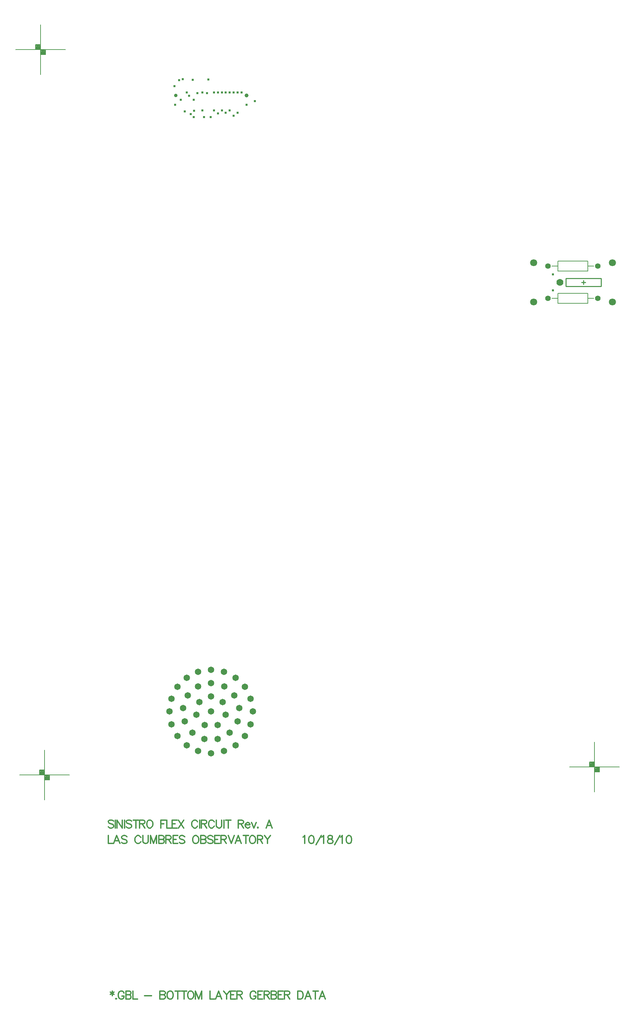
<source format=gbl>
%FSLAX23Y23*%
%MOIN*%
G70*
G01*
G75*
G04 Layer_Physical_Order=6*
G04 Layer_Color=16711680*
%ADD10C,0.010*%
%ADD11R,0.010X0.035*%
%ADD12R,0.063X0.071*%
%ADD13R,0.059X0.118*%
%ADD14C,0.030*%
%ADD15C,0.012*%
%ADD16C,0.008*%
%ADD17C,0.005*%
%ADD18C,0.012*%
%ADD19C,0.012*%
%ADD20C,0.065*%
%ADD21C,0.039*%
%ADD22C,0.035*%
%ADD23C,0.070*%
%ADD24C,0.055*%
%ADD25C,0.071*%
%ADD26C,0.024*%
%ADD27C,0.015*%
%ADD28C,0.008*%
D10*
X17437Y16871D02*
Y16950D01*
X17791D01*
Y16871D02*
Y16950D01*
X17437Y16871D02*
X17791D01*
X17594Y16910D02*
X17614D01*
Y16930D01*
Y16891D02*
Y16930D01*
Y16891D02*
Y16910D01*
X17634D01*
D15*
X12887Y9807D02*
Y9761D01*
X12868Y9795D02*
X12906Y9773D01*
Y9795D02*
X12868Y9773D01*
X12926Y9734D02*
X12922Y9731D01*
X12926Y9727D01*
X12930Y9731D01*
X12926Y9734D01*
X13004Y9788D02*
X13001Y9795D01*
X12993Y9803D01*
X12985Y9807D01*
X12970D01*
X12963Y9803D01*
X12955Y9795D01*
X12951Y9788D01*
X12947Y9776D01*
Y9757D01*
X12951Y9746D01*
X12955Y9738D01*
X12963Y9731D01*
X12970Y9727D01*
X12985D01*
X12993Y9731D01*
X13001Y9738D01*
X13004Y9746D01*
Y9757D01*
X12985D02*
X13004D01*
X13023Y9807D02*
Y9727D01*
Y9807D02*
X13057D01*
X13068Y9803D01*
X13072Y9799D01*
X13076Y9792D01*
Y9784D01*
X13072Y9776D01*
X13068Y9773D01*
X13057Y9769D01*
X13023D02*
X13057D01*
X13068Y9765D01*
X13072Y9761D01*
X13076Y9753D01*
Y9742D01*
X13072Y9734D01*
X13068Y9731D01*
X13057Y9727D01*
X13023D01*
X13094Y9807D02*
Y9727D01*
X13140D01*
X13211Y9761D02*
X13280D01*
X13366Y9807D02*
Y9727D01*
Y9807D02*
X13401D01*
X13412Y9803D01*
X13416Y9799D01*
X13420Y9792D01*
Y9784D01*
X13416Y9776D01*
X13412Y9773D01*
X13401Y9769D01*
X13366D02*
X13401D01*
X13412Y9765D01*
X13416Y9761D01*
X13420Y9753D01*
Y9742D01*
X13416Y9734D01*
X13412Y9731D01*
X13401Y9727D01*
X13366D01*
X13460Y9807D02*
X13453Y9803D01*
X13445Y9795D01*
X13441Y9788D01*
X13438Y9776D01*
Y9757D01*
X13441Y9746D01*
X13445Y9738D01*
X13453Y9731D01*
X13460Y9727D01*
X13476D01*
X13483Y9731D01*
X13491Y9738D01*
X13495Y9746D01*
X13498Y9757D01*
Y9776D01*
X13495Y9788D01*
X13491Y9795D01*
X13483Y9803D01*
X13476Y9807D01*
X13460D01*
X13544D02*
Y9727D01*
X13517Y9807D02*
X13570D01*
X13607D02*
Y9727D01*
X13580Y9807D02*
X13633D01*
X13666D02*
X13658Y9803D01*
X13650Y9795D01*
X13647Y9788D01*
X13643Y9776D01*
Y9757D01*
X13647Y9746D01*
X13650Y9738D01*
X13658Y9731D01*
X13666Y9727D01*
X13681D01*
X13689Y9731D01*
X13696Y9738D01*
X13700Y9746D01*
X13704Y9757D01*
Y9776D01*
X13700Y9788D01*
X13696Y9795D01*
X13689Y9803D01*
X13681Y9807D01*
X13666D01*
X13722D02*
Y9727D01*
Y9807D02*
X13753Y9727D01*
X13783Y9807D02*
X13753Y9727D01*
X13783Y9807D02*
Y9727D01*
X13869Y9807D02*
Y9727D01*
X13915D01*
X13984D02*
X13954Y9807D01*
X13924Y9727D01*
X13935Y9753D02*
X13973D01*
X14003Y9807D02*
X14034Y9769D01*
Y9727D01*
X14064Y9807D02*
X14034Y9769D01*
X14124Y9807D02*
X14074D01*
Y9727D01*
X14124D01*
X14074Y9769D02*
X14105D01*
X14137Y9807D02*
Y9727D01*
Y9807D02*
X14171D01*
X14183Y9803D01*
X14187Y9799D01*
X14191Y9792D01*
Y9784D01*
X14187Y9776D01*
X14183Y9773D01*
X14171Y9769D01*
X14137D01*
X14164D02*
X14191Y9727D01*
X14328Y9788D02*
X14325Y9795D01*
X14317Y9803D01*
X14309Y9807D01*
X14294D01*
X14287Y9803D01*
X14279Y9795D01*
X14275Y9788D01*
X14271Y9776D01*
Y9757D01*
X14275Y9746D01*
X14279Y9738D01*
X14287Y9731D01*
X14294Y9727D01*
X14309D01*
X14317Y9731D01*
X14325Y9738D01*
X14328Y9746D01*
Y9757D01*
X14309D02*
X14328D01*
X14396Y9807D02*
X14347D01*
Y9727D01*
X14396D01*
X14347Y9769D02*
X14377D01*
X14410Y9807D02*
Y9727D01*
Y9807D02*
X14444D01*
X14455Y9803D01*
X14459Y9799D01*
X14463Y9792D01*
Y9784D01*
X14459Y9776D01*
X14455Y9773D01*
X14444Y9769D01*
X14410D01*
X14436D02*
X14463Y9727D01*
X14481Y9807D02*
Y9727D01*
Y9807D02*
X14515D01*
X14526Y9803D01*
X14530Y9799D01*
X14534Y9792D01*
Y9784D01*
X14530Y9776D01*
X14526Y9773D01*
X14515Y9769D01*
X14481D02*
X14515D01*
X14526Y9765D01*
X14530Y9761D01*
X14534Y9753D01*
Y9742D01*
X14530Y9734D01*
X14526Y9731D01*
X14515Y9727D01*
X14481D01*
X14601Y9807D02*
X14552D01*
Y9727D01*
X14601D01*
X14552Y9769D02*
X14582D01*
X14615Y9807D02*
Y9727D01*
Y9807D02*
X14649D01*
X14661Y9803D01*
X14664Y9799D01*
X14668Y9792D01*
Y9784D01*
X14664Y9776D01*
X14661Y9773D01*
X14649Y9769D01*
X14615D01*
X14641D02*
X14668Y9727D01*
X14749Y9807D02*
Y9727D01*
Y9807D02*
X14776D01*
X14787Y9803D01*
X14795Y9795D01*
X14798Y9788D01*
X14802Y9776D01*
Y9757D01*
X14798Y9746D01*
X14795Y9738D01*
X14787Y9731D01*
X14776Y9727D01*
X14749D01*
X14881D02*
X14851Y9807D01*
X14820Y9727D01*
X14832Y9753D02*
X14870D01*
X14926Y9807D02*
Y9727D01*
X14900Y9807D02*
X14953D01*
X15023Y9727D02*
X14993Y9807D01*
X14963Y9727D01*
X14974Y9753D02*
X15012D01*
D16*
X12137Y19267D02*
X12147D01*
X12137Y19262D02*
Y19272D01*
Y19262D02*
X12147D01*
Y19272D01*
X12137D02*
X12147D01*
X12132Y19257D02*
Y19272D01*
Y19257D02*
X12152D01*
Y19277D01*
X12132D02*
X12152D01*
X12127Y19252D02*
Y19277D01*
Y19252D02*
X12157D01*
Y19282D01*
X12127D02*
X12157D01*
X12122Y19247D02*
Y19287D01*
Y19247D02*
X12162D01*
Y19287D01*
X12122D02*
X12162D01*
X12187Y19217D02*
X12197D01*
X12187Y19212D02*
Y19222D01*
Y19212D02*
X12197D01*
Y19222D01*
X12187D02*
X12197D01*
X12182Y19207D02*
Y19222D01*
Y19207D02*
X12202D01*
Y19227D01*
X12182D02*
X12202D01*
X12177Y19202D02*
Y19227D01*
Y19202D02*
X12207D01*
Y19232D01*
X12177D02*
X12207D01*
X12172Y19197D02*
Y19237D01*
Y19197D02*
X12212D01*
Y19237D01*
X12172D02*
X12212D01*
X12167Y19192D02*
X12217D01*
Y19242D01*
X12117Y19292D02*
X12167D01*
X12117Y19242D02*
Y19292D01*
X12167Y18992D02*
Y19492D01*
X11917Y19242D02*
X12417D01*
X11957Y11972D02*
X12457D01*
X12207Y11722D02*
Y12222D01*
X12157Y11972D02*
Y12022D01*
X12207D01*
X12257Y11922D02*
Y11972D01*
X12207Y11922D02*
X12257D01*
X12212Y11967D02*
X12252D01*
Y11927D02*
Y11967D01*
X12212Y11927D02*
X12252D01*
X12212D02*
Y11967D01*
X12217Y11962D02*
X12247D01*
Y11932D02*
Y11962D01*
X12217Y11932D02*
X12247D01*
X12217D02*
Y11957D01*
X12222D02*
X12242D01*
Y11937D02*
Y11957D01*
X12222Y11937D02*
X12242D01*
X12222D02*
Y11952D01*
X12227D02*
X12237D01*
Y11942D02*
Y11952D01*
X12227Y11942D02*
X12237D01*
X12227D02*
Y11952D01*
Y11947D02*
X12237D01*
X12162Y12017D02*
X12202D01*
Y11977D02*
Y12017D01*
X12162Y11977D02*
X12202D01*
X12162D02*
Y12017D01*
X12167Y12012D02*
X12197D01*
Y11982D02*
Y12012D01*
X12167Y11982D02*
X12197D01*
X12167D02*
Y12007D01*
X12172D02*
X12192D01*
Y11987D02*
Y12007D01*
X12172Y11987D02*
X12192D01*
X12172D02*
Y12002D01*
X12177D02*
X12187D01*
Y11992D02*
Y12002D01*
X12177Y11992D02*
X12187D01*
X12177D02*
Y12002D01*
Y11997D02*
X12187D01*
X17476Y12053D02*
X17976D01*
X17726Y11803D02*
Y12303D01*
X17676Y12053D02*
Y12103D01*
X17726D01*
X17776Y12003D02*
Y12053D01*
X17726Y12003D02*
X17776D01*
X17731Y12048D02*
X17771D01*
Y12008D02*
Y12048D01*
X17731Y12008D02*
X17771D01*
X17731D02*
Y12048D01*
X17736Y12043D02*
X17766D01*
Y12013D02*
Y12043D01*
X17736Y12013D02*
X17766D01*
X17736D02*
Y12038D01*
X17741D02*
X17761D01*
Y12018D02*
Y12038D01*
X17741Y12018D02*
X17761D01*
X17741D02*
Y12033D01*
X17746D02*
X17756D01*
Y12023D02*
Y12033D01*
X17746Y12023D02*
X17756D01*
X17746D02*
Y12033D01*
Y12028D02*
X17756D01*
X17681Y12098D02*
X17721D01*
Y12058D02*
Y12098D01*
X17681Y12058D02*
X17721D01*
X17681D02*
Y12098D01*
X17686Y12093D02*
X17716D01*
Y12063D02*
Y12093D01*
X17686Y12063D02*
X17716D01*
X17686D02*
Y12088D01*
X17691D02*
X17711D01*
Y12068D02*
Y12088D01*
X17691Y12068D02*
X17711D01*
X17691D02*
Y12083D01*
X17696D02*
X17706D01*
Y12073D02*
Y12083D01*
X17696Y12073D02*
X17706D01*
X17696D02*
Y12083D01*
Y12078D02*
X17706D01*
D18*
X12901Y11510D02*
X12893Y11517D01*
X12882Y11521D01*
X12866D01*
X12855Y11517D01*
X12847Y11510D01*
Y11502D01*
X12851Y11495D01*
X12855Y11491D01*
X12863Y11487D01*
X12885Y11479D01*
X12893Y11476D01*
X12897Y11472D01*
X12901Y11464D01*
Y11453D01*
X12893Y11445D01*
X12882Y11441D01*
X12866D01*
X12855Y11445D01*
X12847Y11453D01*
X12919Y11521D02*
Y11441D01*
X12935Y11521D02*
Y11441D01*
Y11521D02*
X12989Y11441D01*
Y11521D02*
Y11441D01*
X13011Y11521D02*
Y11441D01*
X13081Y11510D02*
X13073Y11517D01*
X13062Y11521D01*
X13047D01*
X13035Y11517D01*
X13028Y11510D01*
Y11502D01*
X13031Y11495D01*
X13035Y11491D01*
X13043Y11487D01*
X13066Y11479D01*
X13073Y11476D01*
X13077Y11472D01*
X13081Y11464D01*
Y11453D01*
X13073Y11445D01*
X13062Y11441D01*
X13047D01*
X13035Y11445D01*
X13028Y11453D01*
X13125Y11521D02*
Y11441D01*
X13099Y11521D02*
X13152D01*
X13162D02*
Y11441D01*
Y11521D02*
X13196D01*
X13207Y11517D01*
X13211Y11514D01*
X13215Y11506D01*
Y11498D01*
X13211Y11491D01*
X13207Y11487D01*
X13196Y11483D01*
X13162D01*
X13188D02*
X13215Y11441D01*
X13256Y11521D02*
X13248Y11517D01*
X13240Y11510D01*
X13237Y11502D01*
X13233Y11491D01*
Y11472D01*
X13237Y11460D01*
X13240Y11453D01*
X13248Y11445D01*
X13256Y11441D01*
X13271D01*
X13279Y11445D01*
X13286Y11453D01*
X13290Y11460D01*
X13294Y11472D01*
Y11491D01*
X13290Y11502D01*
X13286Y11510D01*
X13279Y11517D01*
X13271Y11521D01*
X13256D01*
X13375D02*
Y11441D01*
Y11521D02*
X13425D01*
X13375Y11483D02*
X13406D01*
X13434Y11521D02*
Y11441D01*
X13480D01*
X13538Y11521D02*
X13488D01*
Y11441D01*
X13538D01*
X13488Y11483D02*
X13519D01*
X13551Y11521D02*
X13605Y11441D01*
Y11521D02*
X13551Y11441D01*
X13742Y11502D02*
X13739Y11510D01*
X13731Y11517D01*
X13723Y11521D01*
X13708D01*
X13701Y11517D01*
X13693Y11510D01*
X13689Y11502D01*
X13685Y11491D01*
Y11472D01*
X13689Y11460D01*
X13693Y11453D01*
X13701Y11445D01*
X13708Y11441D01*
X13723D01*
X13731Y11445D01*
X13739Y11453D01*
X13742Y11460D01*
X13765Y11521D02*
Y11441D01*
X13782Y11521D02*
Y11441D01*
Y11521D02*
X13816D01*
X13827Y11517D01*
X13831Y11514D01*
X13835Y11506D01*
Y11498D01*
X13831Y11491D01*
X13827Y11487D01*
X13816Y11483D01*
X13782D01*
X13808D02*
X13835Y11441D01*
X13910Y11502D02*
X13906Y11510D01*
X13899Y11517D01*
X13891Y11521D01*
X13876D01*
X13868Y11517D01*
X13860Y11510D01*
X13857Y11502D01*
X13853Y11491D01*
Y11472D01*
X13857Y11460D01*
X13860Y11453D01*
X13868Y11445D01*
X13876Y11441D01*
X13891D01*
X13899Y11445D01*
X13906Y11453D01*
X13910Y11460D01*
X13932Y11521D02*
Y11464D01*
X13936Y11453D01*
X13944Y11445D01*
X13955Y11441D01*
X13963D01*
X13974Y11445D01*
X13982Y11453D01*
X13986Y11464D01*
Y11521D01*
X14008D02*
Y11441D01*
X14051Y11521D02*
Y11441D01*
X14025Y11521D02*
X14078D01*
X14150D02*
Y11441D01*
Y11521D02*
X14185D01*
X14196Y11517D01*
X14200Y11514D01*
X14204Y11506D01*
Y11498D01*
X14200Y11491D01*
X14196Y11487D01*
X14185Y11483D01*
X14150D01*
X14177D02*
X14204Y11441D01*
X14222Y11472D02*
X14267D01*
Y11479D01*
X14263Y11487D01*
X14260Y11491D01*
X14252Y11495D01*
X14241D01*
X14233Y11491D01*
X14225Y11483D01*
X14222Y11472D01*
Y11464D01*
X14225Y11453D01*
X14233Y11445D01*
X14241Y11441D01*
X14252D01*
X14260Y11445D01*
X14267Y11453D01*
X14284Y11495D02*
X14307Y11441D01*
X14330Y11495D02*
X14307Y11441D01*
X14347Y11449D02*
X14343Y11445D01*
X14347Y11441D01*
X14351Y11445D01*
X14347Y11449D01*
X14492Y11441D02*
X14462Y11521D01*
X14431Y11441D01*
X14442Y11468D02*
X14481D01*
D19*
X12847Y11365D02*
Y11285D01*
X12893D01*
X12963D02*
X12932Y11365D01*
X12902Y11285D01*
X12913Y11312D02*
X12951D01*
X13035Y11353D02*
X13027Y11361D01*
X13016Y11365D01*
X13000D01*
X12989Y11361D01*
X12981Y11353D01*
Y11346D01*
X12985Y11338D01*
X12989Y11334D01*
X12997Y11331D01*
X13020Y11323D01*
X13027Y11319D01*
X13031Y11315D01*
X13035Y11308D01*
Y11296D01*
X13027Y11289D01*
X13016Y11285D01*
X13000D01*
X12989Y11289D01*
X12981Y11296D01*
X13173Y11346D02*
X13169Y11353D01*
X13161Y11361D01*
X13154Y11365D01*
X13138D01*
X13131Y11361D01*
X13123Y11353D01*
X13119Y11346D01*
X13116Y11334D01*
Y11315D01*
X13119Y11304D01*
X13123Y11296D01*
X13131Y11289D01*
X13138Y11285D01*
X13154D01*
X13161Y11289D01*
X13169Y11296D01*
X13173Y11304D01*
X13195Y11365D02*
Y11308D01*
X13199Y11296D01*
X13207Y11289D01*
X13218Y11285D01*
X13226D01*
X13237Y11289D01*
X13245Y11296D01*
X13248Y11308D01*
Y11365D01*
X13271D02*
Y11285D01*
Y11365D02*
X13301Y11285D01*
X13331Y11365D02*
X13301Y11285D01*
X13331Y11365D02*
Y11285D01*
X13354Y11365D02*
Y11285D01*
Y11365D02*
X13389D01*
X13400Y11361D01*
X13404Y11357D01*
X13408Y11350D01*
Y11342D01*
X13404Y11334D01*
X13400Y11331D01*
X13389Y11327D01*
X13354D02*
X13389D01*
X13400Y11323D01*
X13404Y11319D01*
X13408Y11312D01*
Y11300D01*
X13404Y11293D01*
X13400Y11289D01*
X13389Y11285D01*
X13354D01*
X13426Y11365D02*
Y11285D01*
Y11365D02*
X13460D01*
X13471Y11361D01*
X13475Y11357D01*
X13479Y11350D01*
Y11342D01*
X13475Y11334D01*
X13471Y11331D01*
X13460Y11327D01*
X13426D01*
X13452D02*
X13479Y11285D01*
X13546Y11365D02*
X13497D01*
Y11285D01*
X13546D01*
X13497Y11327D02*
X13527D01*
X13613Y11353D02*
X13605Y11361D01*
X13594Y11365D01*
X13579D01*
X13567Y11361D01*
X13560Y11353D01*
Y11346D01*
X13563Y11338D01*
X13567Y11334D01*
X13575Y11331D01*
X13598Y11323D01*
X13605Y11319D01*
X13609Y11315D01*
X13613Y11308D01*
Y11296D01*
X13605Y11289D01*
X13594Y11285D01*
X13579D01*
X13567Y11289D01*
X13560Y11296D01*
X13717Y11365D02*
X13709Y11361D01*
X13701Y11353D01*
X13697Y11346D01*
X13694Y11334D01*
Y11315D01*
X13697Y11304D01*
X13701Y11296D01*
X13709Y11289D01*
X13717Y11285D01*
X13732D01*
X13739Y11289D01*
X13747Y11296D01*
X13751Y11304D01*
X13755Y11315D01*
Y11334D01*
X13751Y11346D01*
X13747Y11353D01*
X13739Y11361D01*
X13732Y11365D01*
X13717D01*
X13773D02*
Y11285D01*
Y11365D02*
X13808D01*
X13819Y11361D01*
X13823Y11357D01*
X13827Y11350D01*
Y11342D01*
X13823Y11334D01*
X13819Y11331D01*
X13808Y11327D01*
X13773D02*
X13808D01*
X13819Y11323D01*
X13823Y11319D01*
X13827Y11312D01*
Y11300D01*
X13823Y11293D01*
X13819Y11289D01*
X13808Y11285D01*
X13773D01*
X13898Y11353D02*
X13890Y11361D01*
X13879Y11365D01*
X13864D01*
X13852Y11361D01*
X13844Y11353D01*
Y11346D01*
X13848Y11338D01*
X13852Y11334D01*
X13860Y11331D01*
X13883Y11323D01*
X13890Y11319D01*
X13894Y11315D01*
X13898Y11308D01*
Y11296D01*
X13890Y11289D01*
X13879Y11285D01*
X13864D01*
X13852Y11289D01*
X13844Y11296D01*
X13965Y11365D02*
X13916D01*
Y11285D01*
X13965D01*
X13916Y11327D02*
X13946D01*
X13979Y11365D02*
Y11285D01*
Y11365D02*
X14013D01*
X14024Y11361D01*
X14028Y11357D01*
X14032Y11350D01*
Y11342D01*
X14028Y11334D01*
X14024Y11331D01*
X14013Y11327D01*
X13979D01*
X14005D02*
X14032Y11285D01*
X14050Y11365D02*
X14080Y11285D01*
X14111Y11365D02*
X14080Y11285D01*
X14182D02*
X14151Y11365D01*
X14121Y11285D01*
X14132Y11312D02*
X14171D01*
X14227Y11365D02*
Y11285D01*
X14201Y11365D02*
X14254D01*
X14286D02*
X14279Y11361D01*
X14271Y11353D01*
X14267Y11346D01*
X14263Y11334D01*
Y11315D01*
X14267Y11304D01*
X14271Y11296D01*
X14279Y11289D01*
X14286Y11285D01*
X14302D01*
X14309Y11289D01*
X14317Y11296D01*
X14321Y11304D01*
X14324Y11315D01*
Y11334D01*
X14321Y11346D01*
X14317Y11353D01*
X14309Y11361D01*
X14302Y11365D01*
X14286D01*
X14343D02*
Y11285D01*
Y11365D02*
X14377D01*
X14389Y11361D01*
X14393Y11357D01*
X14396Y11350D01*
Y11342D01*
X14393Y11334D01*
X14389Y11331D01*
X14377Y11327D01*
X14343D01*
X14370D02*
X14396Y11285D01*
X14414Y11365D02*
X14445Y11327D01*
Y11285D01*
X14475Y11365D02*
X14445Y11327D01*
X14800Y11350D02*
X14807Y11353D01*
X14819Y11365D01*
Y11285D01*
X14881Y11365D02*
X14870Y11361D01*
X14862Y11350D01*
X14858Y11331D01*
Y11319D01*
X14862Y11300D01*
X14870Y11289D01*
X14881Y11285D01*
X14889D01*
X14900Y11289D01*
X14908Y11300D01*
X14912Y11319D01*
Y11331D01*
X14908Y11350D01*
X14900Y11361D01*
X14889Y11365D01*
X14881D01*
X14930Y11273D02*
X14983Y11365D01*
X14988Y11350D02*
X14996Y11353D01*
X15007Y11365D01*
Y11285D01*
X15066Y11365D02*
X15055Y11361D01*
X15051Y11353D01*
Y11346D01*
X15055Y11338D01*
X15062Y11334D01*
X15077Y11331D01*
X15089Y11327D01*
X15096Y11319D01*
X15100Y11312D01*
Y11300D01*
X15096Y11293D01*
X15093Y11289D01*
X15081Y11285D01*
X15066D01*
X15055Y11289D01*
X15051Y11293D01*
X15047Y11300D01*
Y11312D01*
X15051Y11319D01*
X15058Y11327D01*
X15070Y11331D01*
X15085Y11334D01*
X15093Y11338D01*
X15096Y11346D01*
Y11353D01*
X15093Y11361D01*
X15081Y11365D01*
X15066D01*
X15118Y11273D02*
X15171Y11365D01*
X15177Y11350D02*
X15184Y11353D01*
X15196Y11365D01*
Y11285D01*
X15258Y11365D02*
X15247Y11361D01*
X15239Y11350D01*
X15235Y11331D01*
Y11319D01*
X15239Y11300D01*
X15247Y11289D01*
X15258Y11285D01*
X15266D01*
X15277Y11289D01*
X15285Y11300D01*
X15289Y11319D01*
Y11331D01*
X15285Y11350D01*
X15277Y11361D01*
X15266Y11365D01*
X15258D01*
D20*
X14008Y13007D02*
D03*
X14124Y12947D02*
D03*
X14217Y12855D02*
D03*
X14276Y12738D02*
D03*
X14297Y12609D02*
D03*
X14276Y12480D02*
D03*
X14217Y12363D02*
D03*
X14124Y12271D02*
D03*
X14008Y12212D02*
D03*
X13879Y12191D02*
D03*
X13749Y12212D02*
D03*
X13633Y12271D02*
D03*
X13540Y12363D02*
D03*
X13481Y12480D02*
D03*
X13461Y12609D02*
D03*
X13481Y12738D02*
D03*
X13540Y12855D02*
D03*
X13633Y12947D02*
D03*
X13749Y13007D02*
D03*
X13879Y13027D02*
D03*
X14010Y12860D02*
D03*
X14111Y12770D02*
D03*
X14160Y12643D02*
D03*
X14143Y12509D02*
D03*
X14066Y12397D02*
D03*
X13946Y12334D02*
D03*
X13811Y12334D02*
D03*
X13691Y12397D02*
D03*
X13614Y12509D02*
D03*
X13598Y12643D02*
D03*
X13646Y12770D02*
D03*
X13747Y12860D02*
D03*
X13879Y12892D02*
D03*
X13996Y12703D02*
D03*
X14025Y12576D02*
D03*
X13944Y12474D02*
D03*
X13813Y12474D02*
D03*
X13732Y12576D02*
D03*
X13761Y12703D02*
D03*
X13879Y12759D02*
D03*
Y12609D02*
D03*
D21*
X14233Y18783D02*
D03*
D22*
X13524D02*
D03*
D23*
X17378Y16910D02*
D03*
D24*
X17259Y16749D02*
D03*
X17759D02*
D03*
Y17072D02*
D03*
X17259D02*
D03*
D25*
X17903Y17107D02*
D03*
Y16713D02*
D03*
X17116Y16714D02*
D03*
Y17108D02*
D03*
D26*
X13851Y18942D02*
D03*
X13693Y18939D02*
D03*
X13558Y18938D02*
D03*
X14319Y18726D02*
D03*
X13573Y18739D02*
D03*
X13633Y18813D02*
D03*
X13659Y18779D02*
D03*
X13704Y18741D02*
D03*
X13790Y18813D02*
D03*
X13908D02*
D03*
X13947D02*
D03*
X13987D02*
D03*
X14026D02*
D03*
X14066D02*
D03*
X14105D02*
D03*
X14144D02*
D03*
X14184D02*
D03*
X13673Y18597D02*
D03*
X13708Y18629D02*
D03*
X13704Y18566D02*
D03*
X13790Y18632D02*
D03*
X13808Y18566D02*
D03*
X13873Y18567D02*
D03*
X13908Y18633D02*
D03*
X13947Y18602D02*
D03*
X13987Y18634D02*
D03*
X14066Y18633D02*
D03*
X14105Y18581D02*
D03*
X17309Y16990D02*
D03*
X17308Y16829D02*
D03*
X13839Y18805D02*
D03*
X13741D02*
D03*
X13518Y18689D02*
D03*
X13613Y18623D02*
D03*
X14143Y18610D02*
D03*
X14234Y18690D02*
D03*
X14026Y18610D02*
D03*
X13593Y18947D02*
D03*
X13511Y18877D02*
D03*
D28*
X17359Y16699D02*
X17659D01*
X17359D02*
Y16799D01*
X17659D01*
Y16699D02*
Y16799D01*
X17299Y16749D02*
X17359D01*
X17659D02*
X17719D01*
X17359Y17122D02*
X17659D01*
Y17022D02*
Y17122D01*
X17359Y17022D02*
X17659D01*
X17359D02*
Y17122D01*
X17659Y17072D02*
X17719D01*
X17299D02*
X17359D01*
M02*

</source>
